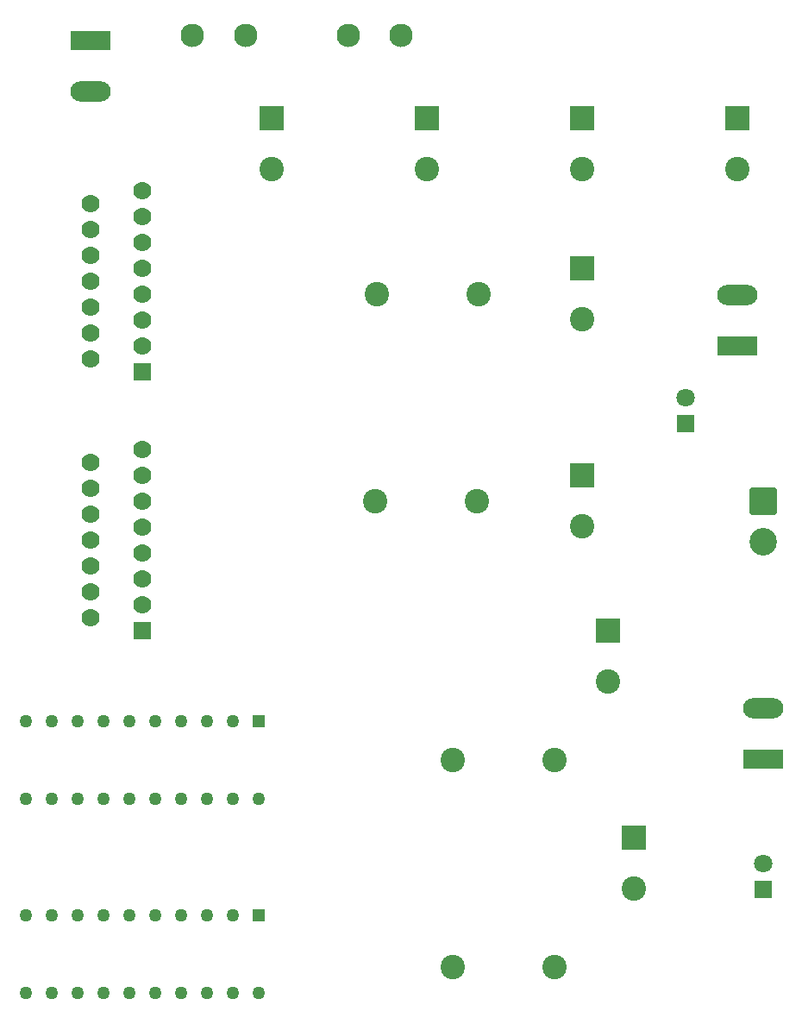
<source format=gbr>
%TF.GenerationSoftware,KiCad,Pcbnew,(6.0.1)*%
%TF.CreationDate,2022-02-19T17:03:56+01:00*%
%TF.ProjectId,PSU,5053552e-6b69-4636-9164-5f7063625858,rev?*%
%TF.SameCoordinates,Original*%
%TF.FileFunction,Soldermask,Bot*%
%TF.FilePolarity,Negative*%
%FSLAX46Y46*%
G04 Gerber Fmt 4.6, Leading zero omitted, Abs format (unit mm)*
G04 Created by KiCad (PCBNEW (6.0.1)) date 2022-02-19 17:03:56*
%MOMM*%
%LPD*%
G01*
G04 APERTURE LIST*
G04 Aperture macros list*
%AMRoundRect*
0 Rectangle with rounded corners*
0 $1 Rounding radius*
0 $2 $3 $4 $5 $6 $7 $8 $9 X,Y pos of 4 corners*
0 Add a 4 corners polygon primitive as box body*
4,1,4,$2,$3,$4,$5,$6,$7,$8,$9,$2,$3,0*
0 Add four circle primitives for the rounded corners*
1,1,$1+$1,$2,$3*
1,1,$1+$1,$4,$5*
1,1,$1+$1,$6,$7*
1,1,$1+$1,$8,$9*
0 Add four rect primitives between the rounded corners*
20,1,$1+$1,$2,$3,$4,$5,0*
20,1,$1+$1,$4,$5,$6,$7,0*
20,1,$1+$1,$6,$7,$8,$9,0*
20,1,$1+$1,$8,$9,$2,$3,0*%
G04 Aperture macros list end*
%ADD10C,1.800000*%
%ADD11R,1.800000X1.800000*%
%ADD12R,1.778000X1.778000*%
%ADD13C,1.778000*%
%ADD14C,2.400000*%
%ADD15O,3.960000X1.980000*%
%ADD16R,3.960000X1.980000*%
%ADD17C,2.300000*%
%ADD18C,2.700000*%
%ADD19RoundRect,0.250001X-1.099999X1.099999X-1.099999X-1.099999X1.099999X-1.099999X1.099999X1.099999X0*%
%ADD20R,1.270000X1.270000*%
%ADD21C,1.270000*%
%ADD22R,2.400000X2.400000*%
G04 APERTURE END LIST*
D10*
%TO.C,D2*%
X83820000Y-58420000D03*
D11*
X83820000Y-60960000D03*
%TD*%
%TO.C,D1*%
X91440000Y-106680000D03*
D10*
X91440000Y-104140000D03*
%TD*%
D12*
%TO.C,U6*%
X30480000Y-81280000D03*
D13*
X25400000Y-80010000D03*
X30480000Y-78740000D03*
X25400000Y-77470000D03*
X30480000Y-76200000D03*
X25400000Y-74930000D03*
X30480000Y-73660000D03*
X25400000Y-72390000D03*
X30480000Y-71120000D03*
X25400000Y-69850000D03*
X30480000Y-68580000D03*
X25400000Y-67310000D03*
X30480000Y-66040000D03*
X25400000Y-64770000D03*
X30480000Y-63500000D03*
%TD*%
D12*
%TO.C,U3*%
X30480000Y-55880000D03*
D13*
X25400000Y-54610000D03*
X30480000Y-53340000D03*
X25400000Y-52070000D03*
X30480000Y-50800000D03*
X25400000Y-49530000D03*
X30480000Y-48260000D03*
X25400000Y-46990000D03*
X30480000Y-45720000D03*
X25400000Y-44450000D03*
X30480000Y-43180000D03*
X25400000Y-41910000D03*
X30480000Y-40640000D03*
X25400000Y-39370000D03*
X30480000Y-38100000D03*
%TD*%
D14*
%TO.C,L4*%
X63340000Y-68580000D03*
X53340000Y-68580000D03*
%TD*%
%TO.C,L3*%
X70960000Y-114300000D03*
X60960000Y-114300000D03*
%TD*%
%TO.C,L2*%
X63500000Y-48260000D03*
X53500000Y-48260000D03*
%TD*%
%TO.C,L1*%
X60960000Y-93980000D03*
X70960000Y-93980000D03*
%TD*%
D15*
%TO.C,J3*%
X91440000Y-88900000D03*
D16*
X91440000Y-93900000D03*
%TD*%
%TO.C,J5*%
X88900000Y-53340000D03*
D15*
X88900000Y-48340000D03*
%TD*%
D16*
%TO.C,J1*%
X25400000Y-23320000D03*
D15*
X25400000Y-28320000D03*
%TD*%
D17*
%TO.C,F1*%
X40640000Y-22860000D03*
X35440000Y-22860000D03*
X55940000Y-22860000D03*
X50740000Y-22860000D03*
%TD*%
D18*
%TO.C,EMER_STOP1*%
X91440000Y-72540000D03*
D19*
X91440000Y-68580000D03*
%TD*%
D20*
%TO.C,CR2*%
X41910000Y-109220000D03*
D21*
X39370000Y-109220000D03*
X36830000Y-109220000D03*
X34290000Y-109220000D03*
X31750000Y-109220000D03*
X29210000Y-109220000D03*
X26670000Y-109220000D03*
X24130000Y-109220000D03*
X21590000Y-109220000D03*
X19050000Y-109220000D03*
X19050000Y-116840000D03*
X21590000Y-116840000D03*
X24130000Y-116840000D03*
X26670000Y-116840000D03*
X29210000Y-116840000D03*
X31750000Y-116840000D03*
X34290000Y-116840000D03*
X36830000Y-116840000D03*
X39370000Y-116840000D03*
X41910000Y-116840000D03*
%TD*%
D20*
%TO.C,CR1*%
X41910000Y-90170000D03*
D21*
X39370000Y-90170000D03*
X36830000Y-90170000D03*
X34290000Y-90170000D03*
X31750000Y-90170000D03*
X29210000Y-90170000D03*
X26670000Y-90170000D03*
X24130000Y-90170000D03*
X21590000Y-90170000D03*
X19050000Y-90170000D03*
X19050000Y-97790000D03*
X21590000Y-97790000D03*
X24130000Y-97790000D03*
X26670000Y-97790000D03*
X29210000Y-97790000D03*
X31750000Y-97790000D03*
X34290000Y-97790000D03*
X36830000Y-97790000D03*
X39370000Y-97790000D03*
X41910000Y-97790000D03*
%TD*%
D22*
%TO.C,C23*%
X88900000Y-30940000D03*
D14*
X88900000Y-35940000D03*
%TD*%
D22*
%TO.C,C22*%
X73660000Y-30940000D03*
D14*
X73660000Y-35940000D03*
%TD*%
%TO.C,C21*%
X73660000Y-71040000D03*
D22*
X73660000Y-66040000D03*
%TD*%
%TO.C,C16*%
X78740000Y-101600000D03*
D14*
X78740000Y-106600000D03*
%TD*%
D22*
%TO.C,C10*%
X58420000Y-30940000D03*
D14*
X58420000Y-35940000D03*
%TD*%
D22*
%TO.C,C9*%
X43180000Y-30940000D03*
D14*
X43180000Y-35940000D03*
%TD*%
%TO.C,C8*%
X73660000Y-50720000D03*
D22*
X73660000Y-45720000D03*
%TD*%
%TO.C,C3*%
X76200000Y-81280000D03*
D14*
X76200000Y-86280000D03*
%TD*%
M02*

</source>
